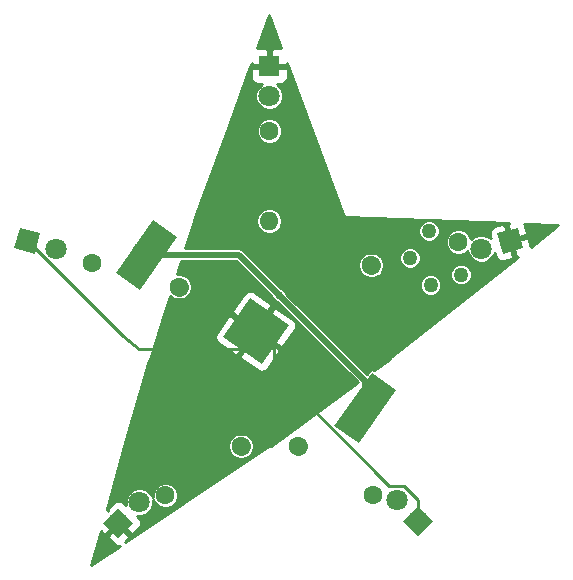
<source format=gbr>
G04 #@! TF.GenerationSoftware,KiCad,Pcbnew,5.0.0-4.fc30*
G04 #@! TF.CreationDate,2018-09-24T02:25:55-07:00*
G04 #@! TF.ProjectId,star,737461722E6B696361645F7063620000,rev?*
G04 #@! TF.SameCoordinates,Original*
G04 #@! TF.FileFunction,Copper,L2,Bot,Signal*
G04 #@! TF.FilePolarity,Positive*
%FSLAX46Y46*%
G04 Gerber Fmt 4.6, Leading zero omitted, Abs format (unit mm)*
G04 Created by KiCad (PCBNEW 5.0.0-4.fc30) date Mon Sep 24 02:25:55 2018*
%MOMM*%
%LPD*%
G01*
G04 APERTURE LIST*
G04 #@! TA.AperFunction,SMDPad,CuDef*
%ADD10C,2.500000*%
G04 #@! TD*
G04 #@! TA.AperFunction,Conductor*
%ADD11C,0.100000*%
G04 #@! TD*
G04 #@! TA.AperFunction,SMDPad,CuDef*
%ADD12C,4.000000*%
G04 #@! TD*
G04 #@! TA.AperFunction,ComponentPad*
%ADD13C,1.600000*%
G04 #@! TD*
G04 #@! TA.AperFunction,Conductor*
%ADD14C,1.600000*%
G04 #@! TD*
G04 #@! TA.AperFunction,ComponentPad*
%ADD15C,1.270000*%
G04 #@! TD*
G04 #@! TA.AperFunction,ComponentPad*
%ADD16R,1.800000X1.800000*%
G04 #@! TD*
G04 #@! TA.AperFunction,ComponentPad*
%ADD17C,1.800000*%
G04 #@! TD*
G04 #@! TA.AperFunction,ComponentPad*
%ADD18O,1.600000X1.600000*%
G04 #@! TD*
G04 #@! TA.AperFunction,ViaPad*
%ADD19C,0.685800*%
G04 #@! TD*
G04 #@! TA.AperFunction,Conductor*
%ADD20C,0.254000*%
G04 #@! TD*
G04 #@! TA.AperFunction,Conductor*
%ADD21C,0.508000*%
G04 #@! TD*
G04 APERTURE END LIST*
D10*
G04 #@! TO.P,BT1,1*
G04 #@! TO.N,/VCC*
X126406418Y-88031414D03*
D11*
G04 #@! TD*
G04 #@! TO.N,/VCC*
G04 #@! TO.C,BT1*
G36*
X123805143Y-89567112D02*
X126959813Y-85061775D01*
X129007693Y-86495716D01*
X125853023Y-91001053D01*
X123805143Y-89567112D01*
X123805143Y-89567112D01*
G37*
D10*
G04 #@! TO.P,BT1,1*
G04 #@! TO.N,/VCC*
X107893582Y-75068586D03*
D11*
G04 #@! TD*
G04 #@! TO.N,/VCC*
G04 #@! TO.C,BT1*
G36*
X105292307Y-76604284D02*
X108446977Y-72098947D01*
X110494857Y-73532888D01*
X107340187Y-78038225D01*
X105292307Y-76604284D01*
X105292307Y-76604284D01*
G37*
D12*
G04 #@! TO.P,BT1,2*
G04 #@! TO.N,GND*
X117150000Y-81550000D03*
D11*
G04 #@! TD*
G04 #@! TO.N,GND*
G04 #@! TO.C,BT1*
G36*
X114364543Y-82041151D02*
X116658849Y-78764543D01*
X119935457Y-81058849D01*
X117641151Y-84335457D01*
X114364543Y-82041151D01*
X114364543Y-82041151D01*
G37*
D13*
G04 #@! TO.P,R2,1*
G04 #@! TO.N,Net-(D2-Pad2)*
X134300000Y-74000000D03*
G04 #@! TO.P,R2,2*
G04 #@! TO.N,/LED2*
X126939645Y-75972201D03*
D14*
G04 #@! TD*
G04 #@! TO.N,/LED2*
G04 #@! TO.C,R2*
X126939645Y-75972201D02*
X126939645Y-75972201D01*
D15*
G04 #@! TO.P,,2*
G04 #@! TO.N,N/C*
X131828237Y-73050887D03*
G04 #@! TD*
G04 #@! TO.P,,1*
G04 #@! TO.N,N/C*
X130193449Y-75352653D03*
G04 #@! TD*
G04 #@! TO.P,,4*
G04 #@! TO.N,N/C*
X134540922Y-76761367D03*
G04 #@! TD*
G04 #@! TO.P,,5*
G04 #@! TO.N,N/C*
X131945173Y-77646239D03*
G04 #@! TD*
D16*
G04 #@! TO.P,D1,1*
G04 #@! TO.N,GND*
X118300000Y-59100000D03*
D17*
G04 #@! TO.P,D1,2*
G04 #@! TO.N,Net-(D1-Pad2)*
X118300000Y-61640000D03*
G04 #@! TD*
G04 #@! TO.P,D2,2*
G04 #@! TO.N,Net-(D2-Pad2)*
X136246548Y-74557400D03*
G04 #@! TO.P,D2,1*
G04 #@! TO.N,GND*
X138700000Y-73900000D03*
D11*
G04 #@! TD*
G04 #@! TO.N,GND*
G04 #@! TO.C,D2*
G36*
X139336396Y-72797730D02*
X139802270Y-74536396D01*
X138063604Y-75002270D01*
X137597730Y-73263604D01*
X139336396Y-72797730D01*
X139336396Y-72797730D01*
G37*
D17*
G04 #@! TO.P,D3,1*
G04 #@! TO.N,GND*
X130900000Y-97600000D03*
D11*
G04 #@! TD*
G04 #@! TO.N,GND*
G04 #@! TO.C,D3*
G36*
X132172792Y-97600000D02*
X130900000Y-98872792D01*
X129627208Y-97600000D01*
X130900000Y-96327208D01*
X132172792Y-97600000D01*
X132172792Y-97600000D01*
G37*
D17*
G04 #@! TO.P,D3,2*
G04 #@! TO.N,Net-(D3-Pad2)*
X129103949Y-95803949D03*
G04 #@! TD*
G04 #@! TO.P,D4,2*
G04 #@! TO.N,Net-(D4-Pad2)*
X107300000Y-96000000D03*
G04 #@! TO.P,D4,1*
G04 #@! TO.N,GND*
X105503949Y-97796051D03*
D11*
G04 #@! TD*
G04 #@! TO.N,GND*
G04 #@! TO.C,D4*
G36*
X105503949Y-99068843D02*
X104231157Y-97796051D01*
X105503949Y-96523259D01*
X106776741Y-97796051D01*
X105503949Y-99068843D01*
X105503949Y-99068843D01*
G37*
D17*
G04 #@! TO.P,D5,1*
G04 #@! TO.N,GND*
X97800000Y-73900000D03*
D11*
G04 #@! TD*
G04 #@! TO.N,GND*
G04 #@! TO.C,D5*
G36*
X96697730Y-74536396D02*
X97163604Y-72797730D01*
X98902270Y-73263604D01*
X98436396Y-75002270D01*
X96697730Y-74536396D01*
X96697730Y-74536396D01*
G37*
D17*
G04 #@! TO.P,D5,2*
G04 #@! TO.N,Net-(D5-Pad2)*
X100253452Y-74557400D03*
G04 #@! TD*
D13*
G04 #@! TO.P,R1,1*
G04 #@! TO.N,Net-(D1-Pad2)*
X118300000Y-64600000D03*
D18*
G04 #@! TO.P,R1,2*
G04 #@! TO.N,/LED1*
X118300000Y-72220000D03*
G04 #@! TD*
D13*
G04 #@! TO.P,R3,2*
G04 #@! TO.N,/LED3*
X120709331Y-91299850D03*
D14*
G04 #@! TD*
G04 #@! TO.N,/LED3*
G04 #@! TO.C,R3*
X120709331Y-91299850D02*
X120709331Y-91299850D01*
D13*
G04 #@! TO.P,R3,1*
G04 #@! TO.N,Net-(D3-Pad2)*
X127100000Y-95450000D03*
G04 #@! TD*
G04 #@! TO.P,R4,1*
G04 #@! TO.N,Net-(D4-Pad2)*
X109500000Y-95450000D03*
G04 #@! TO.P,R4,2*
G04 #@! TO.N,/LED4*
X115890670Y-91299851D03*
D14*
G04 #@! TD*
G04 #@! TO.N,/LED4*
G04 #@! TO.C,R4*
X115890670Y-91299851D02*
X115890670Y-91299851D01*
D13*
G04 #@! TO.P,R5,2*
G04 #@! TO.N,/LED5*
X110660355Y-77772201D03*
D14*
G04 #@! TD*
G04 #@! TO.N,/LED5*
G04 #@! TO.C,R5*
X110660355Y-77772201D02*
X110660355Y-77772201D01*
D13*
G04 #@! TO.P,R5,1*
G04 #@! TO.N,Net-(D5-Pad2)*
X103300000Y-75800000D03*
G04 #@! TD*
D19*
G04 #@! TO.N,GND*
X132550000Y-75200000D03*
X118300000Y-68150000D03*
X112800000Y-93350000D03*
G04 #@! TO.N,/VCC*
X119100000Y-78500000D03*
G04 #@! TD*
D20*
G04 #@! TO.N,GND*
X130900000Y-96227208D02*
X130900000Y-97600000D01*
X130900000Y-95854486D02*
X130900000Y-96227208D01*
X129670062Y-94624548D02*
X130900000Y-95854486D01*
X128467432Y-94624548D02*
X129670062Y-94624548D01*
X118656740Y-84813856D02*
X128467432Y-94624548D01*
X118656740Y-83056740D02*
X118656740Y-84813856D01*
X117150000Y-81550000D02*
X118656740Y-83056740D01*
X98605556Y-74705556D02*
X97800000Y-73900000D01*
X105875604Y-81975604D02*
X98605556Y-74705556D01*
X107249185Y-83056740D02*
X105875604Y-81975604D01*
X115643260Y-83056740D02*
X107249185Y-83056740D01*
X117150000Y-81550000D02*
X115643260Y-83056740D01*
D21*
G04 #@! TO.N,/VCC*
X119100000Y-78500000D02*
X126406418Y-85752106D01*
X126406418Y-85752106D02*
X126406418Y-88031414D01*
X119100000Y-78500000D02*
X115722898Y-75068586D01*
X115722898Y-75068586D02*
X109519550Y-75068586D01*
X109519550Y-75068586D02*
X107893582Y-75068586D01*
G04 #@! TD*
D20*
G04 #@! TO.N,GND*
G36*
X118480804Y-78631277D02*
X118572439Y-78852505D01*
X118747495Y-79027561D01*
X118965188Y-79117732D01*
X125784826Y-85886677D01*
X118437094Y-91291499D01*
X118417220Y-91283285D01*
X118364977Y-91261657D01*
X118364889Y-91261657D01*
X118364816Y-91261627D01*
X118310563Y-91261668D01*
X118254781Y-91261679D01*
X118254706Y-91261710D01*
X118254619Y-91261710D01*
X118202877Y-91283189D01*
X118152980Y-91303868D01*
X118133260Y-91323596D01*
X106080302Y-99390516D01*
X106387302Y-99083516D01*
X106387302Y-98859009D01*
X105503949Y-97975656D01*
X104620596Y-98859009D01*
X104620596Y-99083516D01*
X105144251Y-99607171D01*
X105377640Y-99703843D01*
X105612153Y-99703843D01*
X103200247Y-101318107D01*
X104003833Y-98466753D01*
X104216484Y-98679404D01*
X104440991Y-98679404D01*
X105324344Y-97796051D01*
X105310202Y-97781909D01*
X105489807Y-97602304D01*
X105503949Y-97616446D01*
X105518092Y-97602304D01*
X105697697Y-97781909D01*
X105683554Y-97796051D01*
X106566907Y-98679404D01*
X106791414Y-98679404D01*
X107315068Y-98155750D01*
X107411741Y-97922361D01*
X107411741Y-97669742D01*
X107315069Y-97436353D01*
X107052963Y-97174247D01*
X107065403Y-97179400D01*
X107534597Y-97179400D01*
X107968077Y-96999847D01*
X108299847Y-96668077D01*
X108479400Y-96234597D01*
X108479400Y-95806662D01*
X108584929Y-96061431D01*
X108888569Y-96365071D01*
X109285294Y-96529400D01*
X109714706Y-96529400D01*
X110111431Y-96365071D01*
X110415071Y-96061431D01*
X110579400Y-95664706D01*
X110579400Y-95235294D01*
X110415071Y-94838569D01*
X110111431Y-94534929D01*
X109714706Y-94370600D01*
X109285294Y-94370600D01*
X108888569Y-94534929D01*
X108584929Y-94838569D01*
X108420600Y-95235294D01*
X108420600Y-95623447D01*
X108299847Y-95331923D01*
X107968077Y-95000153D01*
X107534597Y-94820600D01*
X107065403Y-94820600D01*
X106631923Y-95000153D01*
X106300153Y-95331923D01*
X106120600Y-95765403D01*
X106120600Y-96234597D01*
X106125753Y-96247037D01*
X105863647Y-95984931D01*
X105630258Y-95888259D01*
X105377639Y-95888259D01*
X105144250Y-95984932D01*
X104620596Y-96508586D01*
X104620596Y-96733090D01*
X104520606Y-96633100D01*
X106023655Y-91299851D01*
X114790124Y-91299851D01*
X114873898Y-91721012D01*
X115112466Y-92078055D01*
X115469509Y-92316623D01*
X115784362Y-92379251D01*
X115996978Y-92379251D01*
X116311831Y-92316623D01*
X116668874Y-92078055D01*
X116907442Y-91721012D01*
X116991216Y-91299851D01*
X116907442Y-90878690D01*
X116668874Y-90521647D01*
X116311831Y-90283079D01*
X115996978Y-90220451D01*
X115784362Y-90220451D01*
X115469509Y-90283079D01*
X115112466Y-90521647D01*
X114873898Y-90878690D01*
X114790124Y-91299851D01*
X106023655Y-91299851D01*
X108074511Y-84022828D01*
X108074657Y-84022540D01*
X108108481Y-84012734D01*
X108147171Y-83981773D01*
X108171067Y-83938363D01*
X108262039Y-83651269D01*
X115833714Y-83651269D01*
X115872699Y-83872365D01*
X117380396Y-84928066D01*
X117627027Y-84982743D01*
X117875808Y-84938877D01*
X118088864Y-84803145D01*
X118233761Y-84596212D01*
X119144566Y-83295447D01*
X119105581Y-83074351D01*
X117181188Y-81726877D01*
X115833714Y-83651269D01*
X108262039Y-83651269D01*
X108776716Y-82027028D01*
X113717257Y-82027028D01*
X113761124Y-82275809D01*
X113896856Y-82488865D01*
X115404553Y-83544566D01*
X115625649Y-83505581D01*
X116973123Y-81581188D01*
X116884041Y-81518812D01*
X117326877Y-81518812D01*
X119251269Y-82866286D01*
X119472365Y-82827301D01*
X120383171Y-81526536D01*
X120528067Y-81319603D01*
X120582743Y-81072972D01*
X120538876Y-80824191D01*
X120403144Y-80611135D01*
X118895447Y-79555434D01*
X118674351Y-79594419D01*
X117326877Y-81518812D01*
X116884041Y-81518812D01*
X115048731Y-80233714D01*
X114827635Y-80272699D01*
X113916829Y-81573464D01*
X113771933Y-81780397D01*
X113717257Y-82027028D01*
X108776716Y-82027028D01*
X109480957Y-79804553D01*
X115155434Y-79804553D01*
X115194419Y-80025649D01*
X117118812Y-81373123D01*
X118466286Y-79448731D01*
X118427301Y-79227635D01*
X116919604Y-78171934D01*
X116672973Y-78117257D01*
X116424192Y-78161123D01*
X116211136Y-78296855D01*
X116066239Y-78503788D01*
X115155434Y-79804553D01*
X109480957Y-79804553D01*
X109879581Y-78546559D01*
X109882151Y-78550405D01*
X110239194Y-78788973D01*
X110554047Y-78851601D01*
X110766663Y-78851601D01*
X111081516Y-78788973D01*
X111438559Y-78550405D01*
X111677127Y-78193362D01*
X111760901Y-77772201D01*
X111677127Y-77351040D01*
X111438559Y-76993997D01*
X111081516Y-76755429D01*
X110766663Y-76692801D01*
X110554047Y-76692801D01*
X110461129Y-76711283D01*
X110812635Y-75601986D01*
X115499462Y-75601986D01*
X118480804Y-78631277D01*
X118480804Y-78631277D01*
G37*
X118480804Y-78631277D02*
X118572439Y-78852505D01*
X118747495Y-79027561D01*
X118965188Y-79117732D01*
X125784826Y-85886677D01*
X118437094Y-91291499D01*
X118417220Y-91283285D01*
X118364977Y-91261657D01*
X118364889Y-91261657D01*
X118364816Y-91261627D01*
X118310563Y-91261668D01*
X118254781Y-91261679D01*
X118254706Y-91261710D01*
X118254619Y-91261710D01*
X118202877Y-91283189D01*
X118152980Y-91303868D01*
X118133260Y-91323596D01*
X106080302Y-99390516D01*
X106387302Y-99083516D01*
X106387302Y-98859009D01*
X105503949Y-97975656D01*
X104620596Y-98859009D01*
X104620596Y-99083516D01*
X105144251Y-99607171D01*
X105377640Y-99703843D01*
X105612153Y-99703843D01*
X103200247Y-101318107D01*
X104003833Y-98466753D01*
X104216484Y-98679404D01*
X104440991Y-98679404D01*
X105324344Y-97796051D01*
X105310202Y-97781909D01*
X105489807Y-97602304D01*
X105503949Y-97616446D01*
X105518092Y-97602304D01*
X105697697Y-97781909D01*
X105683554Y-97796051D01*
X106566907Y-98679404D01*
X106791414Y-98679404D01*
X107315068Y-98155750D01*
X107411741Y-97922361D01*
X107411741Y-97669742D01*
X107315069Y-97436353D01*
X107052963Y-97174247D01*
X107065403Y-97179400D01*
X107534597Y-97179400D01*
X107968077Y-96999847D01*
X108299847Y-96668077D01*
X108479400Y-96234597D01*
X108479400Y-95806662D01*
X108584929Y-96061431D01*
X108888569Y-96365071D01*
X109285294Y-96529400D01*
X109714706Y-96529400D01*
X110111431Y-96365071D01*
X110415071Y-96061431D01*
X110579400Y-95664706D01*
X110579400Y-95235294D01*
X110415071Y-94838569D01*
X110111431Y-94534929D01*
X109714706Y-94370600D01*
X109285294Y-94370600D01*
X108888569Y-94534929D01*
X108584929Y-94838569D01*
X108420600Y-95235294D01*
X108420600Y-95623447D01*
X108299847Y-95331923D01*
X107968077Y-95000153D01*
X107534597Y-94820600D01*
X107065403Y-94820600D01*
X106631923Y-95000153D01*
X106300153Y-95331923D01*
X106120600Y-95765403D01*
X106120600Y-96234597D01*
X106125753Y-96247037D01*
X105863647Y-95984931D01*
X105630258Y-95888259D01*
X105377639Y-95888259D01*
X105144250Y-95984932D01*
X104620596Y-96508586D01*
X104620596Y-96733090D01*
X104520606Y-96633100D01*
X106023655Y-91299851D01*
X114790124Y-91299851D01*
X114873898Y-91721012D01*
X115112466Y-92078055D01*
X115469509Y-92316623D01*
X115784362Y-92379251D01*
X115996978Y-92379251D01*
X116311831Y-92316623D01*
X116668874Y-92078055D01*
X116907442Y-91721012D01*
X116991216Y-91299851D01*
X116907442Y-90878690D01*
X116668874Y-90521647D01*
X116311831Y-90283079D01*
X115996978Y-90220451D01*
X115784362Y-90220451D01*
X115469509Y-90283079D01*
X115112466Y-90521647D01*
X114873898Y-90878690D01*
X114790124Y-91299851D01*
X106023655Y-91299851D01*
X108074511Y-84022828D01*
X108074657Y-84022540D01*
X108108481Y-84012734D01*
X108147171Y-83981773D01*
X108171067Y-83938363D01*
X108262039Y-83651269D01*
X115833714Y-83651269D01*
X115872699Y-83872365D01*
X117380396Y-84928066D01*
X117627027Y-84982743D01*
X117875808Y-84938877D01*
X118088864Y-84803145D01*
X118233761Y-84596212D01*
X119144566Y-83295447D01*
X119105581Y-83074351D01*
X117181188Y-81726877D01*
X115833714Y-83651269D01*
X108262039Y-83651269D01*
X108776716Y-82027028D01*
X113717257Y-82027028D01*
X113761124Y-82275809D01*
X113896856Y-82488865D01*
X115404553Y-83544566D01*
X115625649Y-83505581D01*
X116973123Y-81581188D01*
X116884041Y-81518812D01*
X117326877Y-81518812D01*
X119251269Y-82866286D01*
X119472365Y-82827301D01*
X120383171Y-81526536D01*
X120528067Y-81319603D01*
X120582743Y-81072972D01*
X120538876Y-80824191D01*
X120403144Y-80611135D01*
X118895447Y-79555434D01*
X118674351Y-79594419D01*
X117326877Y-81518812D01*
X116884041Y-81518812D01*
X115048731Y-80233714D01*
X114827635Y-80272699D01*
X113916829Y-81573464D01*
X113771933Y-81780397D01*
X113717257Y-82027028D01*
X108776716Y-82027028D01*
X109480957Y-79804553D01*
X115155434Y-79804553D01*
X115194419Y-80025649D01*
X117118812Y-81373123D01*
X118466286Y-79448731D01*
X118427301Y-79227635D01*
X116919604Y-78171934D01*
X116672973Y-78117257D01*
X116424192Y-78161123D01*
X116211136Y-78296855D01*
X116066239Y-78503788D01*
X115155434Y-79804553D01*
X109480957Y-79804553D01*
X109879581Y-78546559D01*
X109882151Y-78550405D01*
X110239194Y-78788973D01*
X110554047Y-78851601D01*
X110766663Y-78851601D01*
X111081516Y-78788973D01*
X111438559Y-78550405D01*
X111677127Y-78193362D01*
X111760901Y-77772201D01*
X111677127Y-77351040D01*
X111438559Y-76993997D01*
X111081516Y-76755429D01*
X110766663Y-76692801D01*
X110554047Y-76692801D01*
X110461129Y-76711283D01*
X110812635Y-75601986D01*
X115499462Y-75601986D01*
X118480804Y-78631277D01*
G36*
X119315360Y-57565000D02*
X118585750Y-57565000D01*
X118427000Y-57723750D01*
X118427000Y-58973000D01*
X119676250Y-58973000D01*
X119792272Y-58856978D01*
X124514925Y-71650888D01*
X124519309Y-71678431D01*
X124547160Y-71723801D01*
X124576847Y-71772225D01*
X124576917Y-71772276D01*
X124576959Y-71772344D01*
X124620660Y-71804044D01*
X124666011Y-71836980D01*
X124666092Y-71836999D01*
X124666160Y-71837049D01*
X124718875Y-71849662D01*
X124773168Y-71862686D01*
X124800723Y-71858316D01*
X138552906Y-72388068D01*
X138466473Y-72537775D01*
X138789803Y-73744457D01*
X139996485Y-73421128D01*
X140108739Y-73226699D01*
X139982450Y-72755385D01*
X139917068Y-72511373D01*
X139861121Y-72438462D01*
X142756405Y-72549992D01*
X140420937Y-74391838D01*
X140382942Y-74250041D01*
X140256654Y-73778726D01*
X140062225Y-73666473D01*
X138855543Y-73989803D01*
X139178872Y-75196485D01*
X139306908Y-75270407D01*
X128647129Y-83677147D01*
X128622286Y-83689829D01*
X128587604Y-83730501D01*
X128550863Y-83773535D01*
X128550836Y-83773618D01*
X128550784Y-83773679D01*
X128533891Y-83825802D01*
X128517371Y-83876680D01*
X127174590Y-84864399D01*
X127123209Y-84828421D01*
X127021471Y-84783655D01*
X126910345Y-84781230D01*
X126806751Y-84821516D01*
X126726459Y-84898379D01*
X126553020Y-85146076D01*
X119715206Y-78359091D01*
X119627561Y-78147495D01*
X119452505Y-77972439D01*
X119244314Y-77886204D01*
X118829142Y-77464354D01*
X131030773Y-77464354D01*
X131030773Y-77828124D01*
X131169982Y-78164205D01*
X131427207Y-78421430D01*
X131763288Y-78560639D01*
X132127058Y-78560639D01*
X132463139Y-78421430D01*
X132720364Y-78164205D01*
X132859573Y-77828124D01*
X132859573Y-77464354D01*
X132720364Y-77128273D01*
X132463139Y-76871048D01*
X132127058Y-76731839D01*
X131763288Y-76731839D01*
X131427207Y-76871048D01*
X131169982Y-77128273D01*
X131030773Y-77464354D01*
X118829142Y-77464354D01*
X117360606Y-75972201D01*
X125839099Y-75972201D01*
X125922873Y-76393362D01*
X126161441Y-76750405D01*
X126518484Y-76988973D01*
X126833337Y-77051601D01*
X127045953Y-77051601D01*
X127360806Y-76988973D01*
X127717849Y-76750405D01*
X127832055Y-76579482D01*
X133626522Y-76579482D01*
X133626522Y-76943252D01*
X133765731Y-77279333D01*
X134022956Y-77536558D01*
X134359037Y-77675767D01*
X134722807Y-77675767D01*
X135058888Y-77536558D01*
X135316113Y-77279333D01*
X135455322Y-76943252D01*
X135455322Y-76579482D01*
X135316113Y-76243401D01*
X135058888Y-75986176D01*
X134722807Y-75846967D01*
X134359037Y-75846967D01*
X134022956Y-75986176D01*
X133765731Y-76243401D01*
X133626522Y-76579482D01*
X127832055Y-76579482D01*
X127956417Y-76393362D01*
X128040191Y-75972201D01*
X127956417Y-75551040D01*
X127717849Y-75193997D01*
X127683085Y-75170768D01*
X129279049Y-75170768D01*
X129279049Y-75534538D01*
X129418258Y-75870619D01*
X129675483Y-76127844D01*
X130011564Y-76267053D01*
X130375334Y-76267053D01*
X130711415Y-76127844D01*
X130968640Y-75870619D01*
X131107849Y-75534538D01*
X131107849Y-75170768D01*
X130968640Y-74834687D01*
X130711415Y-74577462D01*
X130375334Y-74438253D01*
X130011564Y-74438253D01*
X129675483Y-74577462D01*
X129418258Y-74834687D01*
X129279049Y-75170768D01*
X127683085Y-75170768D01*
X127360806Y-74955429D01*
X127045953Y-74892801D01*
X126833337Y-74892801D01*
X126518484Y-74955429D01*
X126161441Y-75193997D01*
X125922873Y-75551040D01*
X125839099Y-75972201D01*
X117360606Y-75972201D01*
X116138408Y-74730348D01*
X116107457Y-74684027D01*
X116020954Y-74626228D01*
X115935021Y-74567812D01*
X115932859Y-74567364D01*
X115931020Y-74566135D01*
X115828941Y-74545830D01*
X115727236Y-74524755D01*
X115672518Y-74535186D01*
X111150675Y-74535186D01*
X111884293Y-72220000D01*
X117199454Y-72220000D01*
X117283228Y-72641161D01*
X117521796Y-72998204D01*
X117878839Y-73236772D01*
X118193692Y-73299400D01*
X118406308Y-73299400D01*
X118721161Y-73236772D01*
X119078204Y-72998204D01*
X119164533Y-72869002D01*
X130913837Y-72869002D01*
X130913837Y-73232772D01*
X131053046Y-73568853D01*
X131310271Y-73826078D01*
X131646352Y-73965287D01*
X132010122Y-73965287D01*
X132346203Y-73826078D01*
X132386987Y-73785294D01*
X133220600Y-73785294D01*
X133220600Y-74214706D01*
X133384929Y-74611431D01*
X133688569Y-74915071D01*
X134085294Y-75079400D01*
X134514706Y-75079400D01*
X134911431Y-74915071D01*
X135067148Y-74759354D01*
X135067148Y-74791997D01*
X135246701Y-75225477D01*
X135578471Y-75557247D01*
X136011951Y-75736800D01*
X136481145Y-75736800D01*
X136914625Y-75557247D01*
X137246395Y-75225477D01*
X137379748Y-74903535D01*
X137417550Y-75044615D01*
X137482932Y-75288627D01*
X137636717Y-75489042D01*
X137855492Y-75615351D01*
X138105949Y-75648324D01*
X138821274Y-75456654D01*
X138933527Y-75262225D01*
X138610197Y-74055543D01*
X138590879Y-74060719D01*
X138525138Y-73815373D01*
X138544457Y-73810197D01*
X138221128Y-72603515D01*
X138026699Y-72491261D01*
X137311374Y-72682932D01*
X137110959Y-72836717D01*
X136984649Y-73055491D01*
X136951675Y-73305948D01*
X137017058Y-73549959D01*
X137057330Y-73700258D01*
X136914625Y-73557553D01*
X136481145Y-73378000D01*
X136011951Y-73378000D01*
X135578471Y-73557553D01*
X135371003Y-73765021D01*
X135215071Y-73388569D01*
X134911431Y-73084929D01*
X134514706Y-72920600D01*
X134085294Y-72920600D01*
X133688569Y-73084929D01*
X133384929Y-73388569D01*
X133220600Y-73785294D01*
X132386987Y-73785294D01*
X132603428Y-73568853D01*
X132742637Y-73232772D01*
X132742637Y-72869002D01*
X132603428Y-72532921D01*
X132346203Y-72275696D01*
X132010122Y-72136487D01*
X131646352Y-72136487D01*
X131310271Y-72275696D01*
X131053046Y-72532921D01*
X130913837Y-72869002D01*
X119164533Y-72869002D01*
X119316772Y-72641161D01*
X119400546Y-72220000D01*
X119316772Y-71798839D01*
X119078204Y-71441796D01*
X118721161Y-71203228D01*
X118406308Y-71140600D01*
X118193692Y-71140600D01*
X117878839Y-71203228D01*
X117521796Y-71441796D01*
X117283228Y-71798839D01*
X117199454Y-72220000D01*
X111884293Y-72220000D01*
X112021067Y-71788363D01*
X112022278Y-71779608D01*
X112024021Y-71778341D01*
X112024063Y-71778273D01*
X112024134Y-71778221D01*
X112053717Y-71729861D01*
X112081582Y-71684372D01*
X112085940Y-71656823D01*
X114762208Y-64385294D01*
X117220600Y-64385294D01*
X117220600Y-64814706D01*
X117384929Y-65211431D01*
X117688569Y-65515071D01*
X118085294Y-65679400D01*
X118514706Y-65679400D01*
X118911431Y-65515071D01*
X119215071Y-65211431D01*
X119379400Y-64814706D01*
X119379400Y-64385294D01*
X119215071Y-63988569D01*
X118911431Y-63684929D01*
X118514706Y-63520600D01*
X118085294Y-63520600D01*
X117688569Y-63684929D01*
X117384929Y-63988569D01*
X117220600Y-64385294D01*
X114762208Y-64385294D01*
X116602279Y-59385750D01*
X116765000Y-59385750D01*
X116765000Y-60126309D01*
X116861673Y-60359698D01*
X117040301Y-60538327D01*
X117273690Y-60635000D01*
X117644363Y-60635000D01*
X117631923Y-60640153D01*
X117300153Y-60971923D01*
X117120600Y-61405403D01*
X117120600Y-61874597D01*
X117300153Y-62308077D01*
X117631923Y-62639847D01*
X118065403Y-62819400D01*
X118534597Y-62819400D01*
X118968077Y-62639847D01*
X119299847Y-62308077D01*
X119479400Y-61874597D01*
X119479400Y-61405403D01*
X119299847Y-60971923D01*
X118968077Y-60640153D01*
X118955637Y-60635000D01*
X119326310Y-60635000D01*
X119559699Y-60538327D01*
X119738327Y-60359698D01*
X119835000Y-60126309D01*
X119835000Y-59385750D01*
X119676250Y-59227000D01*
X118427000Y-59227000D01*
X118427000Y-59247000D01*
X118173000Y-59247000D01*
X118173000Y-59227000D01*
X116923750Y-59227000D01*
X116765000Y-59385750D01*
X116602279Y-59385750D01*
X116799808Y-58849058D01*
X116923750Y-58973000D01*
X118173000Y-58973000D01*
X118173000Y-57723750D01*
X118014250Y-57565000D01*
X117273690Y-57565000D01*
X117272172Y-57565629D01*
X118292378Y-54793689D01*
X119315360Y-57565000D01*
X119315360Y-57565000D01*
G37*
X119315360Y-57565000D02*
X118585750Y-57565000D01*
X118427000Y-57723750D01*
X118427000Y-58973000D01*
X119676250Y-58973000D01*
X119792272Y-58856978D01*
X124514925Y-71650888D01*
X124519309Y-71678431D01*
X124547160Y-71723801D01*
X124576847Y-71772225D01*
X124576917Y-71772276D01*
X124576959Y-71772344D01*
X124620660Y-71804044D01*
X124666011Y-71836980D01*
X124666092Y-71836999D01*
X124666160Y-71837049D01*
X124718875Y-71849662D01*
X124773168Y-71862686D01*
X124800723Y-71858316D01*
X138552906Y-72388068D01*
X138466473Y-72537775D01*
X138789803Y-73744457D01*
X139996485Y-73421128D01*
X140108739Y-73226699D01*
X139982450Y-72755385D01*
X139917068Y-72511373D01*
X139861121Y-72438462D01*
X142756405Y-72549992D01*
X140420937Y-74391838D01*
X140382942Y-74250041D01*
X140256654Y-73778726D01*
X140062225Y-73666473D01*
X138855543Y-73989803D01*
X139178872Y-75196485D01*
X139306908Y-75270407D01*
X128647129Y-83677147D01*
X128622286Y-83689829D01*
X128587604Y-83730501D01*
X128550863Y-83773535D01*
X128550836Y-83773618D01*
X128550784Y-83773679D01*
X128533891Y-83825802D01*
X128517371Y-83876680D01*
X127174590Y-84864399D01*
X127123209Y-84828421D01*
X127021471Y-84783655D01*
X126910345Y-84781230D01*
X126806751Y-84821516D01*
X126726459Y-84898379D01*
X126553020Y-85146076D01*
X119715206Y-78359091D01*
X119627561Y-78147495D01*
X119452505Y-77972439D01*
X119244314Y-77886204D01*
X118829142Y-77464354D01*
X131030773Y-77464354D01*
X131030773Y-77828124D01*
X131169982Y-78164205D01*
X131427207Y-78421430D01*
X131763288Y-78560639D01*
X132127058Y-78560639D01*
X132463139Y-78421430D01*
X132720364Y-78164205D01*
X132859573Y-77828124D01*
X132859573Y-77464354D01*
X132720364Y-77128273D01*
X132463139Y-76871048D01*
X132127058Y-76731839D01*
X131763288Y-76731839D01*
X131427207Y-76871048D01*
X131169982Y-77128273D01*
X131030773Y-77464354D01*
X118829142Y-77464354D01*
X117360606Y-75972201D01*
X125839099Y-75972201D01*
X125922873Y-76393362D01*
X126161441Y-76750405D01*
X126518484Y-76988973D01*
X126833337Y-77051601D01*
X127045953Y-77051601D01*
X127360806Y-76988973D01*
X127717849Y-76750405D01*
X127832055Y-76579482D01*
X133626522Y-76579482D01*
X133626522Y-76943252D01*
X133765731Y-77279333D01*
X134022956Y-77536558D01*
X134359037Y-77675767D01*
X134722807Y-77675767D01*
X135058888Y-77536558D01*
X135316113Y-77279333D01*
X135455322Y-76943252D01*
X135455322Y-76579482D01*
X135316113Y-76243401D01*
X135058888Y-75986176D01*
X134722807Y-75846967D01*
X134359037Y-75846967D01*
X134022956Y-75986176D01*
X133765731Y-76243401D01*
X133626522Y-76579482D01*
X127832055Y-76579482D01*
X127956417Y-76393362D01*
X128040191Y-75972201D01*
X127956417Y-75551040D01*
X127717849Y-75193997D01*
X127683085Y-75170768D01*
X129279049Y-75170768D01*
X129279049Y-75534538D01*
X129418258Y-75870619D01*
X129675483Y-76127844D01*
X130011564Y-76267053D01*
X130375334Y-76267053D01*
X130711415Y-76127844D01*
X130968640Y-75870619D01*
X131107849Y-75534538D01*
X131107849Y-75170768D01*
X130968640Y-74834687D01*
X130711415Y-74577462D01*
X130375334Y-74438253D01*
X130011564Y-74438253D01*
X129675483Y-74577462D01*
X129418258Y-74834687D01*
X129279049Y-75170768D01*
X127683085Y-75170768D01*
X127360806Y-74955429D01*
X127045953Y-74892801D01*
X126833337Y-74892801D01*
X126518484Y-74955429D01*
X126161441Y-75193997D01*
X125922873Y-75551040D01*
X125839099Y-75972201D01*
X117360606Y-75972201D01*
X116138408Y-74730348D01*
X116107457Y-74684027D01*
X116020954Y-74626228D01*
X115935021Y-74567812D01*
X115932859Y-74567364D01*
X115931020Y-74566135D01*
X115828941Y-74545830D01*
X115727236Y-74524755D01*
X115672518Y-74535186D01*
X111150675Y-74535186D01*
X111884293Y-72220000D01*
X117199454Y-72220000D01*
X117283228Y-72641161D01*
X117521796Y-72998204D01*
X117878839Y-73236772D01*
X118193692Y-73299400D01*
X118406308Y-73299400D01*
X118721161Y-73236772D01*
X119078204Y-72998204D01*
X119164533Y-72869002D01*
X130913837Y-72869002D01*
X130913837Y-73232772D01*
X131053046Y-73568853D01*
X131310271Y-73826078D01*
X131646352Y-73965287D01*
X132010122Y-73965287D01*
X132346203Y-73826078D01*
X132386987Y-73785294D01*
X133220600Y-73785294D01*
X133220600Y-74214706D01*
X133384929Y-74611431D01*
X133688569Y-74915071D01*
X134085294Y-75079400D01*
X134514706Y-75079400D01*
X134911431Y-74915071D01*
X135067148Y-74759354D01*
X135067148Y-74791997D01*
X135246701Y-75225477D01*
X135578471Y-75557247D01*
X136011951Y-75736800D01*
X136481145Y-75736800D01*
X136914625Y-75557247D01*
X137246395Y-75225477D01*
X137379748Y-74903535D01*
X137417550Y-75044615D01*
X137482932Y-75288627D01*
X137636717Y-75489042D01*
X137855492Y-75615351D01*
X138105949Y-75648324D01*
X138821274Y-75456654D01*
X138933527Y-75262225D01*
X138610197Y-74055543D01*
X138590879Y-74060719D01*
X138525138Y-73815373D01*
X138544457Y-73810197D01*
X138221128Y-72603515D01*
X138026699Y-72491261D01*
X137311374Y-72682932D01*
X137110959Y-72836717D01*
X136984649Y-73055491D01*
X136951675Y-73305948D01*
X137017058Y-73549959D01*
X137057330Y-73700258D01*
X136914625Y-73557553D01*
X136481145Y-73378000D01*
X136011951Y-73378000D01*
X135578471Y-73557553D01*
X135371003Y-73765021D01*
X135215071Y-73388569D01*
X134911431Y-73084929D01*
X134514706Y-72920600D01*
X134085294Y-72920600D01*
X133688569Y-73084929D01*
X133384929Y-73388569D01*
X133220600Y-73785294D01*
X132386987Y-73785294D01*
X132603428Y-73568853D01*
X132742637Y-73232772D01*
X132742637Y-72869002D01*
X132603428Y-72532921D01*
X132346203Y-72275696D01*
X132010122Y-72136487D01*
X131646352Y-72136487D01*
X131310271Y-72275696D01*
X131053046Y-72532921D01*
X130913837Y-72869002D01*
X119164533Y-72869002D01*
X119316772Y-72641161D01*
X119400546Y-72220000D01*
X119316772Y-71798839D01*
X119078204Y-71441796D01*
X118721161Y-71203228D01*
X118406308Y-71140600D01*
X118193692Y-71140600D01*
X117878839Y-71203228D01*
X117521796Y-71441796D01*
X117283228Y-71798839D01*
X117199454Y-72220000D01*
X111884293Y-72220000D01*
X112021067Y-71788363D01*
X112022278Y-71779608D01*
X112024021Y-71778341D01*
X112024063Y-71778273D01*
X112024134Y-71778221D01*
X112053717Y-71729861D01*
X112081582Y-71684372D01*
X112085940Y-71656823D01*
X114762208Y-64385294D01*
X117220600Y-64385294D01*
X117220600Y-64814706D01*
X117384929Y-65211431D01*
X117688569Y-65515071D01*
X118085294Y-65679400D01*
X118514706Y-65679400D01*
X118911431Y-65515071D01*
X119215071Y-65211431D01*
X119379400Y-64814706D01*
X119379400Y-64385294D01*
X119215071Y-63988569D01*
X118911431Y-63684929D01*
X118514706Y-63520600D01*
X118085294Y-63520600D01*
X117688569Y-63684929D01*
X117384929Y-63988569D01*
X117220600Y-64385294D01*
X114762208Y-64385294D01*
X116602279Y-59385750D01*
X116765000Y-59385750D01*
X116765000Y-60126309D01*
X116861673Y-60359698D01*
X117040301Y-60538327D01*
X117273690Y-60635000D01*
X117644363Y-60635000D01*
X117631923Y-60640153D01*
X117300153Y-60971923D01*
X117120600Y-61405403D01*
X117120600Y-61874597D01*
X117300153Y-62308077D01*
X117631923Y-62639847D01*
X118065403Y-62819400D01*
X118534597Y-62819400D01*
X118968077Y-62639847D01*
X119299847Y-62308077D01*
X119479400Y-61874597D01*
X119479400Y-61405403D01*
X119299847Y-60971923D01*
X118968077Y-60640153D01*
X118955637Y-60635000D01*
X119326310Y-60635000D01*
X119559699Y-60538327D01*
X119738327Y-60359698D01*
X119835000Y-60126309D01*
X119835000Y-59385750D01*
X119676250Y-59227000D01*
X118427000Y-59227000D01*
X118427000Y-59247000D01*
X118173000Y-59247000D01*
X118173000Y-59227000D01*
X116923750Y-59227000D01*
X116765000Y-59385750D01*
X116602279Y-59385750D01*
X116799808Y-58849058D01*
X116923750Y-58973000D01*
X118173000Y-58973000D01*
X118173000Y-57723750D01*
X118014250Y-57565000D01*
X117273690Y-57565000D01*
X117272172Y-57565629D01*
X118292378Y-54793689D01*
X119315360Y-57565000D01*
G04 #@! TD*
M02*

</source>
